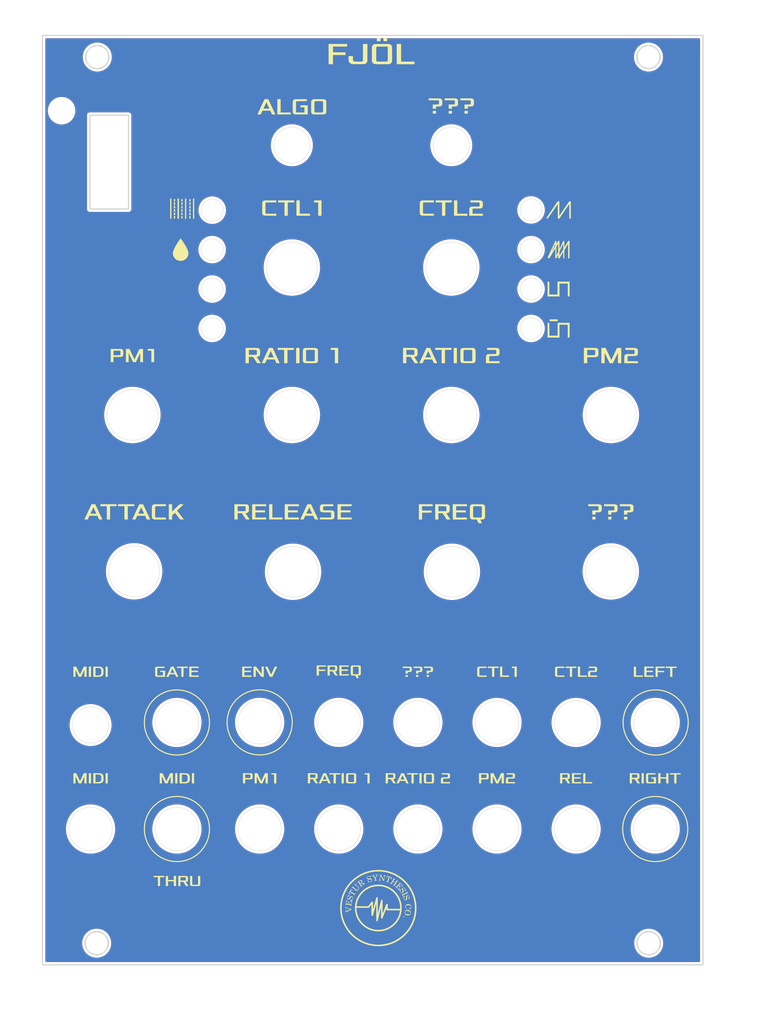
<source format=kicad_pcb>
(kicad_pcb (version 20211014) (generator pcbnew)
  (layers (0 "F.Cu" signal) (31 "B.Cu" signal) (34 "B.Paste" user) (35 "F.Paste" user) (36 "B.SilkS" user "B.Silkscreen") (37 "F.SilkS" user "F.Silkscreen") (38 "B.Mask" user) (39 "F.Mask" user) (44 "Edge.Cuts" user))
  (net 0 "")
  (footprint "vestur-logo:right" (layer "F.Cu") (at 176.098667 113.243528)
    (fp_text reference "G***" hide)
    (fp_text value "LOGO" hide)
  )
  (footprint "vestur-logo:logo-xxsmall" (layer "F.Cu") (at 137.895285 131.1021)
    (fp_text reference "G***" hide)
    (fp_text value "LOGO" hide)
  )
  (footprint "vestur-logo:ratio1" (layer "F.Cu") (at 125.864083 54.804161)
    (fp_text reference "G***" hide)
    (fp_text value "LOGO" hide)
  )
  (footprint "vestur-logo:pm2" (layer "F.Cu") (at 169.97045 54.804161)
    (fp_text reference "G***" hide)
    (fp_text value "LOGO" hide)
  )
  (footprint "vestur-logo:ratio2" (layer "F.Cu") (at 147.912965 54.80388)
    (fp_text reference "G***" hide)
    (fp_text value "LOGO" hide)
  )
  (footprint "vestur-logo:release" (layer "F.Cu") (at 126.032 76.406927)
    (fp_text reference "G***" hide)
    (fp_text value "LOGO" hide)
  )
  (footprint "vestur-logo:attack" (layer "F.Cu") (at 104.064119 76.413676)
    (fp_text reference "G***" hide)
    (fp_text value "LOGO" hide)
  )
  (footprint "vestur-logo:freq" (layer "F.Cu") (at 147.995542 76.673539)
    (fp_text reference "G***" hide)
    (fp_text value "LOGO" hide)
  )
  (footprint "vestur-logo:???" (layer "F.Cu") (at 169.960825 76.413777)
    (fp_text reference "G***" hide)
    (fp_text value "LOGO" hide)
  )
  (footprint "vestur-logo:ctl1" (layer "F.Cu") (at 125.860175 34.414633)
    (fp_text reference "G***" hide)
    (fp_text value "LOGO" hide)
  )
  (footprint "vestur-logo:ctl2" (layer "F.Cu") (at 147.907375 34.414633)
    (fp_text reference "G***" hide)
    (fp_text value "LOGO" hide)
  )
  (footprint "vestur-logo:???" (layer "F.Cu") (at 147.909791 20.305177)
    (fp_text reference "G***" hide)
    (fp_text value "LOGO" hide)
  )
  (footprint "vestur-logo:algo" (layer "F.Cu") (at 125.872995 20.419458)
    (fp_text reference "G***" hide)
    (fp_text value "LOGO" hide)
  )
  (footprint "vestur-logo:gate" (layer "F.Cu") (at 109.973586 98.511233)
    (fp_text reference "G***" hide)
    (fp_text value "LOGO" hide)
  )
  (footprint "vestur-logo:env" (layer "F.Cu") (at 121.417505 98.511233)
    (fp_text reference "G***" hide)
    (fp_text value "LOGO" hide)
  )
  (footprint "vestur-logo:ctl1-small" (layer "F.Cu") (at 154.222226 98.511233)
    (fp_text reference "G***" hide)
    (fp_text value "LOGO" hide)
  )
  (footprint "vestur-logo:ctl2-small" (layer "F.Cu") (at 165.159386 98.511233)
    (fp_text reference "G***" hide)
    (fp_text value "LOGO" hide)
  )
  (footprint "vestur-logo:left" (layer "F.Cu") (at 176.1029 98.511233)
    (fp_text reference "G***" hide)
    (fp_text value "LOGO" hide)
  )
  (footprint "vestur-logo:midi" (layer "F.Cu") (at 98.038542 113.243233)
    (fp_text reference "G***" hide)
    (fp_text value "LOGO" hide)
  )
  (footprint "vestur-logo:midi" (layer "F.Cu") (at 109.975702 113.243233)
    (fp_text reference "G***" hide)
    (fp_text value "LOGO" hide)
  )
  (footprint "vestur-logo:thru" (layer "F.Cu") (at 109.97554 127.443506)
    (fp_text reference "G***" hide)
    (fp_text value "LOGO" hide)
  )
  (footprint "vestur-logo:pm1-small" (layer "F.Cu") (at 121.417096 113.243572)
    (fp_text reference "G***" hide)
    (fp_text value "LOGO" hide)
  )
  (footprint "vestur-logo:ratio1-small" (layer "F.Cu") (at 132.350023 113.243518)
    (fp_text reference "G***" hide)
    (fp_text value "LOGO" hide)
  )
  (footprint "vestur-logo:pm2-small" (layer "F.Cu") (at 154.224343 113.243518)
    (fp_text reference "G***" hide)
    (fp_text value "LOGO" hide)
  )
  (footprint "vestur-logo:ratio2-small" (layer "F.Cu") (at 143.291416 113.24333)
    (fp_text reference "G***" hide)
    (fp_text value "LOGO" hide)
  )
  (footprint "vestur-logo:rel" (layer "F.Cu") (at 165.161503 113.243518)
    (fp_text reference "G***" hide)
    (fp_text value "LOGO" hide)
  )
  (footprint "vestur-logo:???-small" (layer "F.Cu") (at 143.289299 98.511596)
    (fp_text reference "G***" hide)
    (fp_text value "LOGO" hide)
  )
  (footprint "vestur-logo:freq-small" (layer "F.Cu") (at 132.350501 98.511571)
    (fp_text reference "G***" hide)
    (fp_text value "LOGO" hide)
  )
  (footprint "vestur-logo:fjol" (layer "F.Cu") (at 136.883232 12.7127)
    (fp_text reference "G***" hide)
    (fp_text value "LOGO" hide)
  )
  (footprint "vestur-logo:square" (layer "F.Cu") (at 162.74 45.598117)
    (fp_text reference "G***" hide)
    (fp_text value "LOGO" hide)
  )
  (footprint "vestur-logo:midi" (layer "F.Cu") (at 98.038542 98.511233)
    (fp_text reference "G***" hide)
    (fp_text value "LOGO" hide)
  )
  (footprint "vestur-logo:detune" (layer "F.Cu") (at 162.734709 40.159978)
    (fp_text reference "G***" hide)
    (fp_text value "LOGO" hide)
  )
  (footprint "vestur-logo:pwm" (layer "F.Cu") (at 162.74 51.048117)
    (fp_text reference "G***" hide)
    (fp_text value "LOGO" hide)
  )
  (footprint "vestur-logo:spread" (layer "F.Cu") (at 110.7 34.48)
    (fp_text reference "G***" hide)
    (fp_text value "LOGO" hide)
  )
  (footprint "vestur-logo:saw" (layer "F.Cu") (at 162.7405 34.675)
    (fp_text reference "G***" hide)
    (fp_text value "LOGO" hide)
  )
  (footprint "vestur-logo:pm1" (layer "F.Cu") (at 103.8279 54.803959)
    (fp_text reference "G***" hide)
    (fp_text value "LOGO" hide)
  )
  (footprint "vestur-logo:res" (layer "F.Cu") (at 110.48 40.15)
    (fp_text reference "G***" hide)
    (fp_text value "LOGO" hide)
  )
  (gr_circle (center 176.1029 120.257149) (end 180.6029 120.257149) (layer "F.SilkS") (width 0.15) (fill none))
  (gr_circle (center 109.979936 105.525149) (end 114.479936 105.525149) (layer "F.SilkS") (width 0.15) (fill none))
  (gr_circle (center 109.979936 120.257149) (end 114.479936 120.257149) (layer "F.SilkS") (width 0.15) (fill none))
  (gr_circle (center 176.1617 105.525149) (end 180.6617 105.525149) (layer "F.SilkS") (width 0.15) (fill none))
  (gr_circle (center 121.417096 105.514449) (end 125.917096 105.514449) (layer "F.SilkS") (width 0.15) (fill none))
  (gr_circle (center 165.165736 105.525149) (end 168.165736 105.525149) (layer "Edge.Cuts") (width 0.05) (fill none))
  (gr_circle (center 147.912965 63.021) (end 151.412965 63.021) (layer "Edge.Cuts") (width 0.05) (fill none))
  (gr_circle (center 125.870433 63.021) (end 129.370433 63.021) (layer "Edge.Cuts") (width 0.05) (fill none))
  (gr_circle (center 121.417096 120.257149) (end 124.417096 120.257149) (layer "Edge.Cuts") (width 0.05) (fill none))
  (gr_circle (center 154.228576 120.257149) (end 157.228576 120.257149) (layer "Edge.Cuts") (width 0.05) (fill none))
  (gr_circle (center 169.9768 63.021) (end 173.4768 63.021) (layer "Edge.Cuts") (width 0.05) (fill none))
  (gr_circle (center 176.1029 120.257149) (end 179.1029 120.257149) (layer "Edge.Cuts") (width 0.05) (fill none))
  (gr_circle (center 165.165736 120.257149) (end 168.165736 120.257149) (layer "Edge.Cuts") (width 0.05) (fill none))
  (gr_circle (center 176.1029 105.525149) (end 179.1029 105.525149) (layer "Edge.Cuts") (width 0.05) (fill none))
  (gr_circle (center 103.8279 63.021) (end 107.3279 63.021) (layer "Edge.Cuts") (width 0.05) (fill none))
  (gr_circle (center 147.912966 25.7337) (end 150.412966 25.7337) (layer "Edge.Cuts") (width 0.05) (fill none))
  (gr_circle (center 98.042776 120.257149) (end 101.042776 120.257149) (layer "Edge.Cuts") (width 0.05) (fill none))
  (gr_circle (center 109.979936 105.525149) (end 112.979936 105.525149) (layer "Edge.Cuts") (width 0.05) (fill none))
  (gr_circle (center 143.291416 120.257149) (end 146.291416 120.257149) (layer "Edge.Cuts") (width 0.05) (fill none))
  (gr_circle (center 147.998 84.694) (end 151.498 84.694) (layer "Edge.Cuts") (width 0.05) (fill none))
  (gr_circle (center 126.032 84.694) (end 129.532 84.694) (layer "Edge.Cuts") (width 0.05) (fill none))
  (gr_circle (center 169.964 84.6455) (end 173.464 84.6455) (layer "Edge.Cuts") (width 0.05) (fill none))
  (gr_circle (center 104.066 84.6305) (end 107.566 84.6305) (layer "Edge.Cuts") (width 0.05) (fill none))
  (gr_line (start 182.7022 10.541) (end 182.7022 139.041) (layer "Edge.Cuts") (width 0.1524))
  (gr_line (start 91.3892 10.541) (end 182.7022 10.541) (layer "Edge.Cuts") (width 0.1524))
  (gr_line (start 91.3892 139.041) (end 91.3892 10.541) (layer "Edge.Cuts") (width 0.1524))
  (gr_line (start 182.7022 139.041) (end 91.3892 139.041) (layer "Edge.Cuts") (width 0.1524))
  (gr_line (start 97.949362 21.59) (end 103.283362 21.59) (layer "Edge.Cuts") (width 0.1524))
  (gr_line (start 97.949362 34.544) (end 97.949362 21.59) (layer "Edge.Cuts") (width 0.1524))
  (gr_line (start 97.949362 34.544) (end 103.283362 34.544) (layer "Edge.Cuts") (width 0.1524))
  (gr_line (start 103.283362 21.59) (end 103.283362 34.544) (layer "Edge.Cuts") (width 0.1524))
  (gr_circle (center 132.354256 120.257149) (end 135.354256 120.257149) (layer "Edge.Cuts") (width 0.05) (fill none))
  (gr_circle (center 109.979936 120.257149) (end 112.979936 120.257149) (layer "Edge.Cuts") (width 0.05) (fill none))
  (gr_circle (center 154.228576 105.525149) (end 157.228576 105.525149) (layer "Edge.Cuts") (width 0.05) (fill none))
  (gr_circle (center 94.036362 20.955) (end 95.536362 20.955) (layer "Edge.Cuts") (width 0.01) (fill none))
  (gr_circle (center 98.042776 105.8837) (end 100.542776 105.8837) (layer "Edge.Cuts") (width 0.05) (fill none))
  (gr_circle (center 143.291416 105.514449) (end 146.291416 105.514449) (layer "Edge.Cuts") (width 0.05) (fill none))
  (gr_circle (center 121.417096 105.514449) (end 124.417096 105.514449) (layer "Edge.Cuts") (width 0.05) (fill none))
  (gr_circle (center 147.9169 42.6339) (end 151.4169 42.6339) (layer "Edge.Cuts") (width 0.05) (fill none))
  (gr_circle (center 125.870433 25.7337) (end 128.370433 25.7337) (layer "Edge.Cuts") (width 0.05) (fill none))
  (gr_circle (center 98.8892 136.041) (end 100.4892 136.041) (layer "Edge.Cuts") (width 0.2) (fill none))
  (gr_circle (center 158.934233 51.0587) (end 160.434233 51.0587) (layer "Edge.Cuts") (width 0.05) (fill none))
  (gr_circle (center 158.934233 45.6087) (end 160.434233 45.6087) (layer "Edge.Cuts") (width 0.05) (fill none))
  (gr_circle (center 98.970971 13.541) (end 100.570971 13.541) (layer "Edge.Cuts") (width 0.2) (fill none))
  (gr_circle (center 175.2022 136.041) (end 176.8022 136.041) (layer "Edge.Cuts") (width 0.2) (fill none))
  (gr_circle (center 114.849166 40.1587) (end 116.349166 40.1587) (layer "Edge.Cuts") (width 0.05) (fill none))
  (gr_circle (center 158.934233 34.675) (end 160.434233 34.675) (layer "Edge.Cuts") (width 0.05) (fill none))
  (gr_circle (center 114.849166 45.6087) (end 116.349166 45.6087) (layer "Edge.Cuts") (width 0.05) (fill none))
  (gr_circle (center 132.354256 105.514449) (end 135.354256 105.514449) (layer "Edge.Cuts") (width 0.05) (fill none))
  (gr_circle (center 175.170971 13.541) (end 176.770971 13.541) (layer "Edge.Cuts") (width 0.2) (fill none))
  (gr_circle (center 158.934233 40.1587) (end 160.434233 40.1587) (layer "Edge.Cuts") (width 0.05) (fill none))
  (gr_circle (center 125.8697 42.6339) (end 129.3697 42.6339) (layer "Edge.Cuts") (width 0.05) (fill none))
  (gr_circle (center 114.849166 51.0587) (end 116.349166 51.0587) (layer "Edge.Cuts") (width 0.05) (fill none))
  (gr_circle (center 114.860583 34.709514) (end 116.360583 34.709514) (layer "Edge.Cuts") (width 0.05) (fill none))
  (zone (net 0) (net_name "") (layer "F.Cu") (connect_pads (clearance 0.4064)) (min_thickness 0.254) (fill yes (thermal_gap 0.508) (thermal_bridge_width 0.508))
    (polygon (pts (xy 188.722 7.2009) (xy 86.9061 5.6515) (xy 88.2904 144.4625) (xy 187.5155 146.0246)))
  )
  (zone (net 0) (net_name "") (layer "B.Cu") (connect_pads (clearance 0.4064)) (min_thickness 0.254) (fill yes (thermal_gap 0.508) (thermal_bridge_width 0.508))
    (polygon (pts (xy 190.4492 147.2311) (xy 85.5218 145.5039) (xy 86.3854 5.9944) (xy 190.4492 9.271)))
  )
)
</source>
